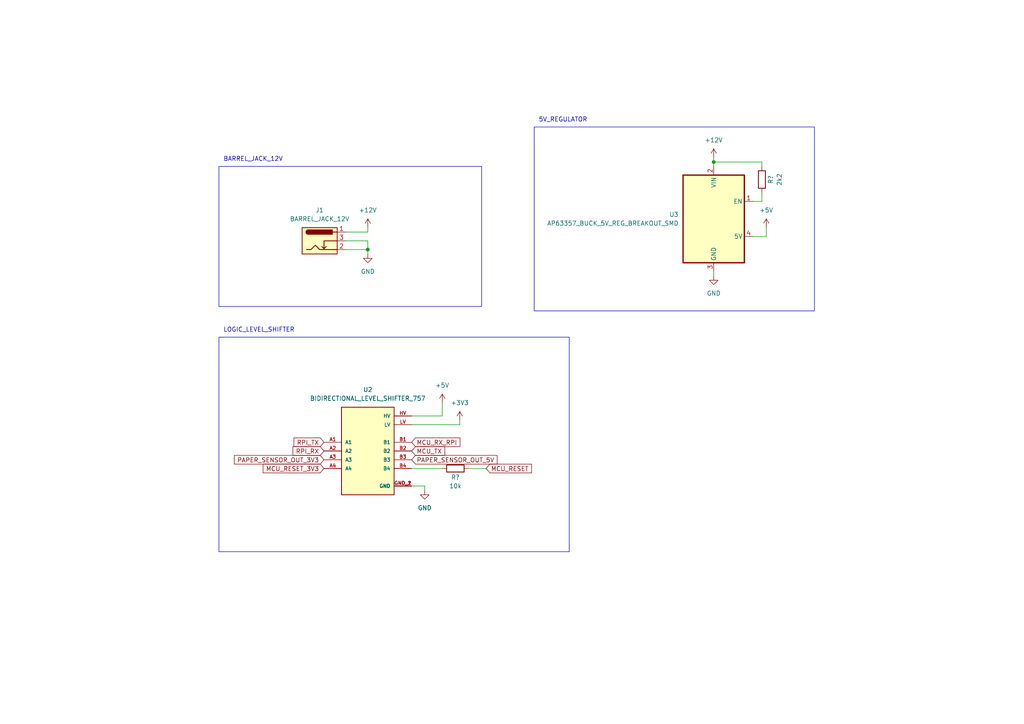
<source format=kicad_sch>
(kicad_sch (version 20230121) (generator eeschema)
  (paper "A4")
  (lib_symbols
    (symbol "Connector:Barrel_Jack_Switch" (pin_names hide)
      (property "Reference" "J" (at 0 5.334 0))
      (property "Value" "Barrel_Jack_Switch" (at 0 -5.08 0))
      (symbol "Barrel_Jack_Switch_0_1"
        (rectangle (start -5.08 3.81) (end 5.08 -3.81) (stroke (width 0.254)) (fill (type background)))
        (arc (start -3.302 3.175) (mid -3.9343 2.54) (end -3.302 1.905) (stroke (width 0.254)))
        (arc (start -3.302 3.175) (mid -3.9343 2.54) (end -3.302 1.905) (stroke (width 0.254)) (fill (type outline)))
        (polyline (pts (xy 1.27 -2.286) (xy 1.905 -1.651)) (stroke (width 0.254)))
        (polyline (pts (xy 5.08 2.54) (xy 3.81 2.54)) (stroke (width 0.254)))
        (polyline (pts (xy 5.08 0) (xy 1.27 0) (xy 1.27 -2.286) (xy 0.635 -1.651)) (stroke (width 0.254)))
        (polyline (pts (xy -3.81 -2.54) (xy -2.54 -2.54) (xy -1.27 -1.27) (xy 0 -2.54) (xy 2.54 -2.54) (xy 5.08 -2.54)) (stroke (width 0.254)))
        (rectangle (start 3.683 3.175) (end -3.302 1.905) (stroke (width 0.254)) (fill (type outline)))
      )
      (symbol "Barrel_Jack_Switch_1_1"
        (pin passive line (at 7.62 2.54 180) (length 2.54) (name "~") (number "1"))
        (pin passive line (at 7.62 -2.54 180) (length 2.54) (name "~") (number "2"))
        (pin passive line (at 7.62 0 180) (length 2.54) (name "~") (number "3"))
      )
    )
    (symbol "Device:R" (pin_numbers hide) (pin_names (offset 0))
      (property "Reference" "R" (at 2.032 0 90))
      (property "Value" "R" (at 0 0 90))
      (symbol "R_0_1"
        (rectangle (start -1.016 -2.54) (end 1.016 2.54) (stroke (width 0.254)))
      )
      (symbol "R_1_1"
        (pin passive line (at 0 3.81 270) (length 1.27) (name "~") (number "1"))
        (pin passive line (at 0 -3.81 90) (length 1.27) (name "~") (number "2"))
      )
    )
    (symbol "Pen_Plotter_Lib:AP63357_BUCK_5V_REG_BREAKOUT_SMD"
      (property "Reference" "U" (at -8.89 15.24 0))
      (property "Value" "AP63357_BUCK_5V_REG_BREAKOUT_SMD" (at 8.89 17.78 0))
      (symbol "AP63357_BUCK_5V_REG_BREAKOUT_SMD_0_0"
        (rectangle (start -8.89 12.7) (end 8.89 -12.7) (stroke (width 0.4064)) (fill (type background)))
      )
      (symbol "AP63357_BUCK_5V_REG_BREAKOUT_SMD_1_1"
        (pin input line (at 11.43 5.08 180) (length 2.54) (name "EN") (number "1"))
        (pin power_in line (at 0 15.24 270) (length 2.54) (name "VIN") (number "2"))
        (pin power_in line (at 0 -15.24 90) (length 2.54) (name "GND") (number "3"))
        (pin power_out line (at 11.43 -5.08 180) (length 2.54) (name "5V") (number "4"))
      )
    )
    (symbol "Pen_Plotter_Lib:BIDIRECTIONAL_LEVEL_SHIFTER_757" (pin_names (offset 1.016))
      (property "Reference" "U" (at -7.62 13.462 0))
      (property "Value" "BIDIRECTIONAL_LEVEL_SHIFTER_757" (at -7.62 -15.24 0))
      (symbol "BIDIRECTIONAL_LEVEL_SHIFTER_757_0_0"
        (rectangle (start -7.62 -12.7) (end 7.62 12.7) (stroke (width 0.254)) (fill (type background)))
        (pin passive line (at -12.7 2.54 0) (length 5.08) (name "A1") (number "A1"))
        (pin passive line (at -12.7 0 0) (length 5.08) (name "A2") (number "A2"))
        (pin passive line (at -12.7 -2.54 0) (length 5.08) (name "A3") (number "A3"))
        (pin passive line (at -12.7 -5.08 0) (length 5.08) (name "A4") (number "A4"))
        (pin passive line (at 12.7 2.54 180) (length 5.08) (name "B1") (number "B1"))
        (pin passive line (at 12.7 0 180) (length 5.08) (name "B2") (number "B2"))
        (pin passive line (at 12.7 -2.54 180) (length 5.08) (name "B3") (number "B3"))
        (pin passive line (at 12.7 -5.08 180) (length 5.08) (name "B4") (number "B4"))
        (pin power_in line (at 12.7 -10.16 180) (length 5.08) (name "GND") (number "GND_1"))
        (pin power_in line (at 12.7 -10.16 180) (length 5.08) (name "GND") (number "GND_2"))
        (pin power_in line (at 12.7 10.16 180) (length 5.08) (name "HV") (number "HV"))
        (pin power_in line (at 12.7 7.62 180) (length 5.08) (name "LV") (number "LV"))
      )
    )
    (symbol "power:+12V" (power) (pin_names (offset 0))
      (property "Value" "+12V" (at 0 3.556 0))
      (symbol "+12V_0_1"
        (polyline (pts (xy -0.762 1.27) (xy 0 2.54)))
        (polyline (pts (xy 0 0) (xy 0 2.54)))
        (polyline (pts (xy 0 2.54) (xy 0.762 1.27)))
      )
      (symbol "+12V_1_1"
        (pin power_in line (at 0 0 90) (length 0) hide (name "+12V") (number "1"))
      )
    )
    (symbol "power:+3V3" (power) (pin_names (offset 0))
      (property "Value" "+3V3" (at 0 3.556 0))
      (symbol "+3V3_0_1"
        (polyline (pts (xy -0.762 1.27) (xy 0 2.54)))
        (polyline (pts (xy 0 0) (xy 0 2.54)))
        (polyline (pts (xy 0 2.54) (xy 0.762 1.27)))
      )
      (symbol "+3V3_1_1"
        (pin power_in line (at 0 0 90) (length 0) hide (name "+3V3") (number "1"))
      )
    )
    (symbol "power:+5V" (power) (pin_names (offset 0))
      (property "Value" "+5V" (at 0 3.556 0))
      (symbol "+5V_0_1"
        (polyline (pts (xy -0.762 1.27) (xy 0 2.54)))
        (polyline (pts (xy 0 0) (xy 0 2.54)))
        (polyline (pts (xy 0 2.54) (xy 0.762 1.27)))
      )
      (symbol "+5V_1_1"
        (pin power_in line (at 0 0 90) (length 0) hide (name "+5V") (number "1"))
      )
    )
    (symbol "power:GND" (power) (pin_names (offset 0))
      (property "Value" "GND" (at 0 -3.81 0))
      (symbol "GND_0_1"
        (polyline (pts (xy 0 0) (xy 0 -1.27) (xy 1.27 -1.27) (xy 0 -2.54) (xy -1.27 -1.27) (xy 0 -1.27)))
      )
      (symbol "GND_1_1"
        (pin power_in line (at 0 0 270) (length 0) hide (name "GND") (number "1"))
      )
    )
  )
  (junction (at 106.68 72.39))
  (junction (at 207.01 46.99))
  (wire (pts (xy 100.33 69.85) (xy 106.68 69.85)))
  (wire (pts (xy 222.25 68.58) (xy 218.44 68.58)))
  (wire (pts (xy 133.35 123.19) (xy 133.35 121.92)))
  (wire (pts (xy 119.38 120.65) (xy 128.27 120.65)))
  (wire (pts (xy 100.33 72.39) (xy 106.68 72.39)))
  (wire (pts (xy 207.01 46.99) (xy 207.01 48.26)))
  (wire (pts (xy 106.68 73.66) (xy 106.68 72.39)))
  (wire (pts (xy 123.19 140.97) (xy 123.19 142.24)))
  (wire (pts (xy 119.38 123.19) (xy 133.35 123.19)))
  (wire (pts (xy 207.01 45.72) (xy 207.01 46.99)))
  (wire (pts (xy 222.25 66.04) (xy 222.25 68.58)))
  (wire (pts (xy 106.68 66.04) (xy 106.68 67.31)))
  (wire (pts (xy 119.38 135.89) (xy 128.27 135.89)))
  (wire (pts (xy 135.89 135.89) (xy 140.97 135.89)))
  (wire (pts (xy 106.68 67.31) (xy 100.33 67.31)))
  (wire (pts (xy 128.27 120.65) (xy 128.27 116.84)))
  (wire (pts (xy 220.98 46.99) (xy 220.98 48.26)))
  (wire (pts (xy 220.98 55.88) (xy 220.98 58.42)))
  (wire (pts (xy 119.38 140.97) (xy 123.19 140.97)))
  (wire (pts (xy 106.68 72.39) (xy 106.68 69.85)))
  (wire (pts (xy 207.01 78.74) (xy 207.01 80.01)))
  (wire (pts (xy 207.01 46.99) (xy 220.98 46.99)))
  (wire (pts (xy 220.98 58.42) (xy 218.44 58.42)))
  (rectangle (start 154.94 36.83) (end 236.22 90.17))
  (rectangle (start 63.5 48.26) (end 139.7 88.9))
  (rectangle (start 63.5 97.79) (end 165.1 160.02))
  (text "5V_REGULATOR" (at 156.21 35.56 0) (effects (font (size 1.27 1.27)) (justify left bottom)))
  (text "LOGIC_LEVEL_SHIFTER" (at 64.77 96.52 0) (effects (font (size 1.27 1.27)) (justify left bottom)))
  (text "BARREL_JACK_12V" (at 64.77 46.99 0) (effects (font (size 1.27 1.27)) (justify left bottom)))
  (global_label "PAPER_SENSOR_OUT_5V" (shape input) (at 119.38 133.35 0) (property "Intersheetrefs" "${INTERSHEET_REFS}" (effects hide)))
  (global_label "MCU_RX_RPI" (shape input) (at 119.38 128.27 0) (property "Intersheetrefs" "${INTERSHEET_REFS}" (effects hide)))
  (global_label "RPI_RX" (shape input) (at 93.98 130.81 180) (property "Intersheetrefs" "${INTERSHEET_REFS}" (effects hide)))
  (global_label "RPI_TX" (shape input) (at 93.98 128.27 180) (property "Intersheetrefs" "${INTERSHEET_REFS}" (effects hide)))
  (global_label "PAPER_SENSOR_OUT_3V3" (shape input) (at 93.98 133.35 180) (property "Intersheetrefs" "${INTERSHEET_REFS}" (effects hide)))
  (global_label "MCU_RESET_3V3" (shape input) (at 93.98 135.89 180) (property "Intersheetrefs" "${INTERSHEET_REFS}" (effects hide)))
  (global_label "MCU_RESET" (shape input) (at 140.97 135.89 0) (property "Intersheetrefs" "${INTERSHEET_REFS}" (effects hide)))
  (global_label "MCU_TX" (shape input) (at 119.38 130.81 0) (property "Intersheetrefs" "${INTERSHEET_REFS}" (effects hide)))
  (symbol (lib_id "power:GND") (at 207.01 80.01 0) (unit 1)
    (property "Reference" "#PWR?" (effects hide))
    (property "Value" "GND" (at 207.01 85.09 0))
    (instances (project "Pen_Plotter_RPI_Hat_V2" (path "" (reference "#PWR?") (unit 1)) (path "" (reference "#PWR012") (unit 1))))
  )
  (symbol (lib_id "power:+12V") (at 106.68 66.04 0) (unit 1)
    (property "Reference" "#PWR06" (effects hide))
    (property "Value" "+12V" (at 106.68 60.96 0))
  )
  (symbol (lib_id "power:+5V") (at 128.27 116.84 0) (unit 1)
    (property "Reference" "#PWR09" (effects hide))
    (property "Value" "+5V" (at 128.27 111.76 0))
  )
  (symbol (lib_id "power:GND") (at 123.19 142.24 0) (unit 1)
    (property "Reference" "#PWR08" (effects hide))
    (property "Value" "GND" (at 123.19 147.32 0))
  )
  (symbol (lib_id "Device:R") (at 220.98 52.07 0) (mirror y) (unit 1)
    (property "Reference" "R?" (at 223.52 52.07 90))
    (property "Value" "2k2" (at 226.06 52.07 90))
    (property "Footprint" "Pen_Plotter_Lib:THT_RESISTOR_WITH_VALUE" (effects hide))
    (instances (project "Pen_Plotter_RPI_Hat_V2" (path "" (reference "R?") (unit 1)) (path "" (reference "R2") (unit 1))))
  )
  (symbol (lib_id "Pen_Plotter_Lib:BIDIRECTIONAL_LEVEL_SHIFTER_757") (at 106.68 130.81 0) (unit 1)
    (property "Reference" "U2" (at 106.68 113.03 0))
    (property "Value" "BIDIRECTIONAL_LEVEL_SHIFTER_757" (at 106.68 115.57 0))
    (property "Footprint" "Pen_Plotter_Lib:BIDIRECTIONAL_LEVEL_SHIFTER_575" (effects hide))
    (property "MF" "Adafruit" (effects hide))
    (property "Description" "\n4-channel I2C-safe Bi-directional Logic Level Converter - BSS138\n" (effects hide))
    (property "Package" "None" (effects hide))
    (property "Price" "None" (effects hide))
    (property "Check_prices" "https://www.snapeda.com/parts/757/Adafruit+Industries/view-part/?ref=eda" (effects hide))
    (property "STANDARD" "Manufacturer Recommendations" (effects hide))
    (property "PARTREV" "N/A" (effects hide))
    (property "SnapEDA_Link" "https://www.snapeda.com/parts/757/Adafruit+Industries/view-part/?ref=snap" (effects hide))
    (property "MP" "757" (effects hide))
    (property "Purchase-URL" "https://www.snapeda.com/api/url_track_click_mouser/?unipart_id=4221655&manufacturer=Adafruit&part_name=757&search_term=757" (effects hide))
    (property "Availability" "In Stock" (effects hide))
    (property "MANUFACTURER" "Adafruit" (effects hide))
  )
  (symbol (lib_id "Device:R") (at 132.08 135.89 270) (mirror x) (unit 1)
    (property "Reference" "R?" (at 132.08 138.43 90))
    (property "Value" "10k" (at 132.08 140.97 90))
    (property "Footprint" "Pen_Plotter_Lib:THT_RESISTOR_WITH_VALUE" (effects hide))
    (instances (project "Pen_Plotter_RPI_Hat_V2" (path "" (reference "R?") (unit 1)) (path "" (reference "R1") (unit 1))))
  )
  (symbol (lib_id "power:GND") (at 106.68 73.66 0) (unit 1)
    (property "Reference" "#PWR07" (effects hide))
    (property "Value" "GND" (at 106.68 78.74 0))
  )
  (symbol (lib_id "Connector:Barrel_Jack_Switch") (at 92.71 69.85 0) (unit 1)
    (property "Reference" "J1" (at 92.71 60.96 0))
    (property "Value" "BARREL_JACK_12V" (at 92.71 63.5 0))
  )
  (symbol (lib_id "power:+5V") (at 222.25 66.04 0) (unit 1)
    (property "Reference" "#PWR?" (effects hide))
    (property "Value" "+5V" (at 222.25 60.96 0))
    (instances (project "Pen_Plotter_RPI_Hat_V2" (path "" (reference "#PWR?") (unit 1)) (path "" (reference "#PWR013") (unit 1))))
  )
  (symbol (lib_id "Pen_Plotter_Lib:AP63357_BUCK_5V_REG_BREAKOUT_SMD") (at 207.01 63.5 0) (unit 1)
    (property "Reference" "U3" (at 196.85 62.23 0) (effects (justify right)))
    (property "Value" "AP63357_BUCK_5V_REG_BREAKOUT_SMD" (at 196.85 64.77 0) (effects (justify right)))
    (property "Footprint" "Pen_Plotter_Lib:AP63357_BUCK_5V_REG_BREAKOUT_SMD" (effects hide))
  )
  (symbol (lib_id "power:+12V") (at 207.01 45.72 0) (unit 1)
    (property "Reference" "#PWR?" (effects hide))
    (property "Value" "+12V" (at 207.01 40.64 0))
    (instances (project "Pen_Plotter_RPI_Hat_V2" (path "" (reference "#PWR?") (unit 1)) (path "" (reference "#PWR011") (unit 1))))
  )
  (symbol (lib_id "power:+3V3") (at 133.35 121.92 0) (unit 1)
    (property "Reference" "#PWR010" (effects hide))
    (property "Value" "+3V3" (at 133.35 116.84 0))
  )
)
</source>
